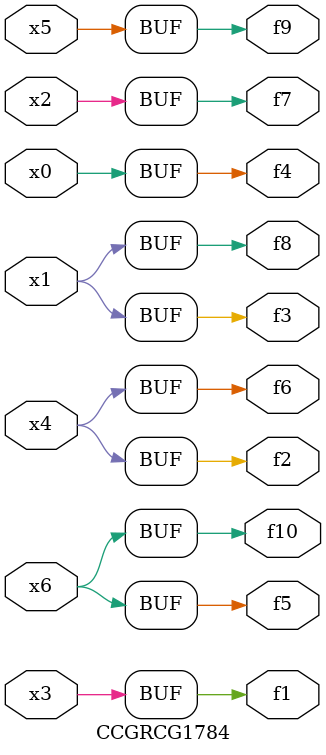
<source format=v>
module CCGRCG1784(
	input x0, x1, x2, x3, x4, x5, x6,
	output f1, f2, f3, f4, f5, f6, f7, f8, f9, f10
);
	assign f1 = x3;
	assign f2 = x4;
	assign f3 = x1;
	assign f4 = x0;
	assign f5 = x6;
	assign f6 = x4;
	assign f7 = x2;
	assign f8 = x1;
	assign f9 = x5;
	assign f10 = x6;
endmodule

</source>
